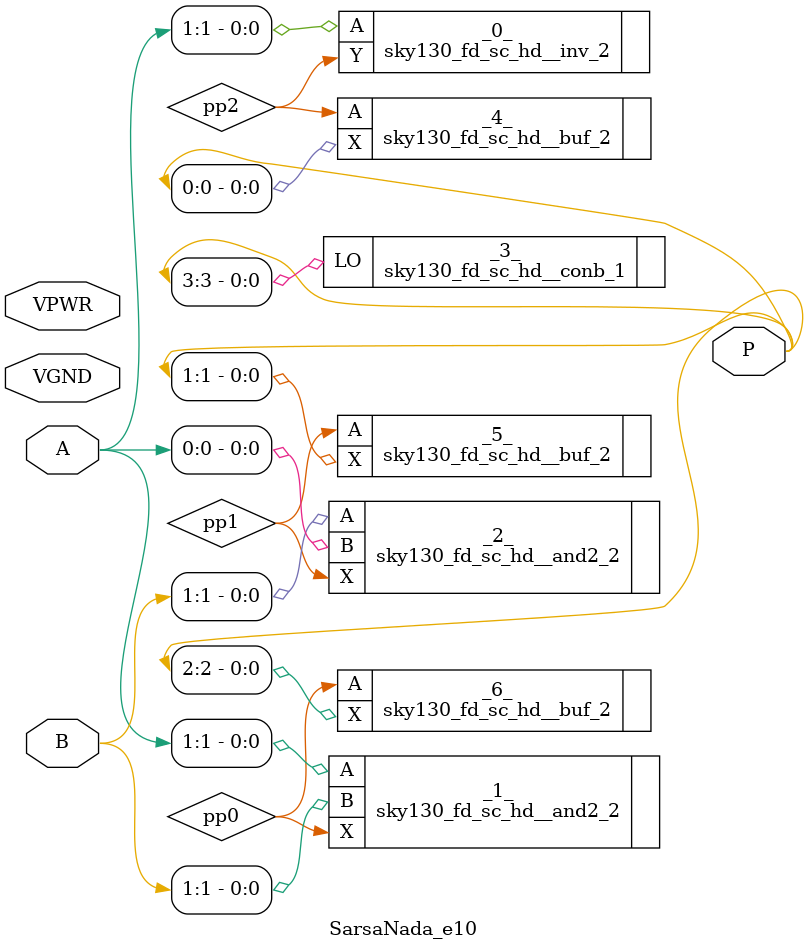
<source format=v>
module SarsaNada_e10 (A,
    B,
    P,
    VPWR,
    VGND);
 input [1:0] A;
 input [1:0] B;
 output [3:0] P;
 inout VPWR;
 inout VGND;

 wire pp0;
 wire pp1;
 wire pp2;

 sky130_fd_sc_hd__inv_2 _0_ (.A(A[1]),
    .Y(pp2));
 sky130_fd_sc_hd__and2_2 _1_ (.A(A[1]),
    .B(B[1]),
    .X(pp0));
 sky130_fd_sc_hd__and2_2 _2_ (.A(B[1]),
    .B(A[0]),
    .X(pp1));
 sky130_fd_sc_hd__conb_1 _3_ (.LO(P[3]));
 sky130_fd_sc_hd__buf_2 _4_ (.A(pp2),
    .X(P[0]));
 sky130_fd_sc_hd__buf_2 _5_ (.A(pp1),
    .X(P[1]));
 sky130_fd_sc_hd__buf_2 _6_ (.A(pp0),
    .X(P[2]));
 sky130_fd_sc_hd__decap_3 PHY_EDGE_ROW_0_Right_0 ();
 sky130_fd_sc_hd__decap_3 PHY_EDGE_ROW_1_Right_1 ();
 sky130_fd_sc_hd__decap_3 PHY_EDGE_ROW_2_Right_2 ();
 sky130_fd_sc_hd__decap_3 PHY_EDGE_ROW_3_Right_3 ();
 sky130_fd_sc_hd__decap_3 PHY_EDGE_ROW_4_Right_4 ();
 sky130_fd_sc_hd__decap_3 PHY_EDGE_ROW_5_Right_5 ();
 sky130_fd_sc_hd__decap_3 PHY_EDGE_ROW_6_Right_6 ();
 sky130_fd_sc_hd__decap_3 PHY_EDGE_ROW_7_Right_7 ();
 sky130_fd_sc_hd__decap_3 PHY_EDGE_ROW_8_Right_8 ();
 sky130_fd_sc_hd__decap_3 PHY_EDGE_ROW_9_Right_9 ();
 sky130_fd_sc_hd__decap_3 PHY_EDGE_ROW_0_Left_10 ();
 sky130_fd_sc_hd__decap_3 PHY_EDGE_ROW_1_Left_11 ();
 sky130_fd_sc_hd__decap_3 PHY_EDGE_ROW_2_Left_12 ();
 sky130_fd_sc_hd__decap_3 PHY_EDGE_ROW_3_Left_13 ();
 sky130_fd_sc_hd__decap_3 PHY_EDGE_ROW_4_Left_14 ();
 sky130_fd_sc_hd__decap_3 PHY_EDGE_ROW_5_Left_15 ();
 sky130_fd_sc_hd__decap_3 PHY_EDGE_ROW_6_Left_16 ();
 sky130_fd_sc_hd__decap_3 PHY_EDGE_ROW_7_Left_17 ();
 sky130_fd_sc_hd__decap_3 PHY_EDGE_ROW_8_Left_18 ();
 sky130_fd_sc_hd__decap_3 PHY_EDGE_ROW_9_Left_19 ();
 sky130_fd_sc_hd__tapvpwrvgnd_1 TAP_TAPCELL_ROW_0_20 ();
 sky130_fd_sc_hd__tapvpwrvgnd_1 TAP_TAPCELL_ROW_0_21 ();
 sky130_fd_sc_hd__tapvpwrvgnd_1 TAP_TAPCELL_ROW_1_22 ();
 sky130_fd_sc_hd__tapvpwrvgnd_1 TAP_TAPCELL_ROW_2_23 ();
 sky130_fd_sc_hd__tapvpwrvgnd_1 TAP_TAPCELL_ROW_3_24 ();
 sky130_fd_sc_hd__tapvpwrvgnd_1 TAP_TAPCELL_ROW_4_25 ();
 sky130_fd_sc_hd__tapvpwrvgnd_1 TAP_TAPCELL_ROW_5_26 ();
 sky130_fd_sc_hd__tapvpwrvgnd_1 TAP_TAPCELL_ROW_6_27 ();
 sky130_fd_sc_hd__tapvpwrvgnd_1 TAP_TAPCELL_ROW_7_28 ();
 sky130_fd_sc_hd__tapvpwrvgnd_1 TAP_TAPCELL_ROW_8_29 ();
 sky130_fd_sc_hd__tapvpwrvgnd_1 TAP_TAPCELL_ROW_9_30 ();
 sky130_fd_sc_hd__tapvpwrvgnd_1 TAP_TAPCELL_ROW_9_31 ();
endmodule

</source>
